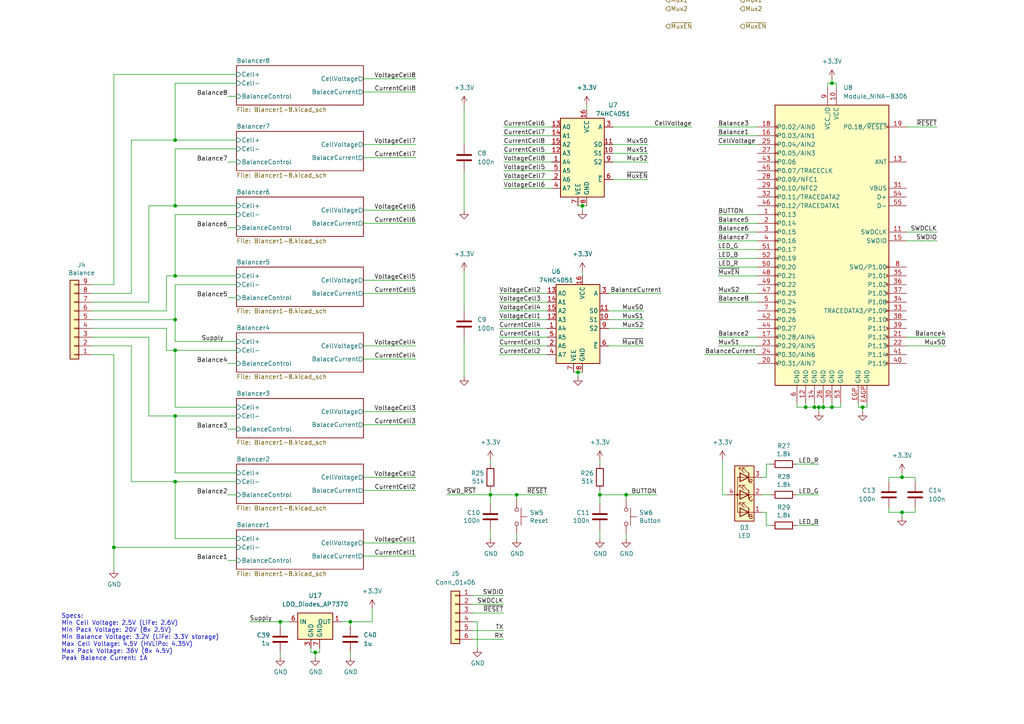
<source format=kicad_sch>
(kicad_sch (version 20211123) (generator eeschema)
  (paper "A4")
  (title_block (title "8-Cell Balancer Charger") (rev "v1"))
  (lib_symbols
    (symbol "0_ProjectLibrary:LDO_Diodes_AP7370"
      (property "Reference" "U?" (at 0 8.89 0))
      (property "Value" "LDO_Diodes_AP7370" (at 0 6.35 0))
      (symbol "LDO_Diodes_AP7370_0_0"
        (pin passive line (at -1.27 -6.35 90) (length 2.54) (name "GND") (number "3"))
        (pin no_connect line (at 0 0 180) (length 2.54) hide (name "") (number "4"))
        (pin passive line (at 1.27 -6.35 90) (length 2.54) (name "GND") (number "7"))
      )
      (symbol "LDO_Diodes_AP7370_0_1"
        (rectangle (start -5.08 3.81) (end 5.08 -3.81) (stroke (width 0.254)) (fill (type background)))
      )
      (symbol "LDO_Diodes_AP7370_1_1"
        (pin power_out line (at 7.62 1.27 180) (length 2.54) (name "OUT") (number "1"))
        (pin no_connect line (at 0 0 180) (length 2.54) hide (name "") (number "2"))
        (pin no_connect line (at 0 0 180) (length 2.54) hide (name "") (number "5"))
        (pin power_in line (at -7.62 1.27 0) (length 2.54) (name "IN") (number "6"))
      )
    )
    (symbol "0_ProjectLibrary:Module_NINA-B306"
      (property "Reference" "U" (at -16.51 41.91 0))
      (property "Value" "Module_NINA-B306" (at 16.51 41.91 0))
      (symbol "Module_NINA-B306_0_1"
        (rectangle (start -16.51 40.64) (end 16.51 -40.64) (stroke (width 0.254)) (fill (type background)))
      )
      (symbol "Module_NINA-B306_1_1"
        (text "  H" (at -16.51 -24.13 0) (effects (font (size 0.635 0.635))))
        (text "  H" (at -16.51 -21.59 0) (effects (font (size 0.635 0.635))))
        (text "  H" (at -16.51 -19.05 0) (effects (font (size 0.635 0.635))))
        (text "  H" (at -16.51 -16.51 0) (effects (font (size 0.635 0.635))))
        (text "  H" (at -16.51 -13.97 0) (effects (font (size 0.635 0.635))))
        (text "  H" (at -16.51 -11.43 0) (effects (font (size 0.635 0.635))))
        (text "  H" (at -16.51 -8.89 0) (effects (font (size 0.635 0.635))))
        (text "  H" (at -16.51 -6.35 0) (effects (font (size 0.635 0.635))))
        (text "  H" (at -16.51 -3.81 0) (effects (font (size 0.635 0.635))))
        (text "  H" (at -16.51 -1.27 0) (effects (font (size 0.635 0.635))))
        (text "  H" (at -16.51 1.27 0) (effects (font (size 0.635 0.635))))
        (text "  H" (at -16.51 3.81 0) (effects (font (size 0.635 0.635))))
        (text "  H" (at -16.51 6.35 0) (effects (font (size 0.635 0.635))))
        (text "  H" (at -16.51 8.89 0) (effects (font (size 0.635 0.635))))
        (text "  H" (at -16.51 11.43 0) (effects (font (size 0.635 0.635))))
        (text "  H" (at -16.51 13.97 0) (effects (font (size 0.635 0.635))))
        (text "  H" (at -16.51 21.59 0) (effects (font (size 0.635 0.635))))
        (text "  H" (at -16.51 24.13 0) (effects (font (size 0.635 0.635))))
        (text "  H" (at -16.51 26.67 0) (effects (font (size 0.635 0.635))))
        (text "  H" (at -16.51 29.21 0) (effects (font (size 0.635 0.635))))
        (text "  S" (at -16.51 -34.29 0) (effects (font (size 0.635 0.635))))
        (text "  S" (at -16.51 -31.75 0) (effects (font (size 0.635 0.635))))
        (text "  S" (at -16.51 -29.21 0) (effects (font (size 0.635 0.635))))
        (text "  S" (at -16.51 -26.67 0) (effects (font (size 0.635 0.635))))
        (text "  S" (at -16.51 16.51 0) (effects (font (size 0.635 0.635))))
        (text "  S" (at -16.51 19.05 0) (effects (font (size 0.635 0.635))))
        (text "  S" (at -16.51 31.75 0) (effects (font (size 0.635 0.635))))
        (text "  S" (at -16.51 34.29 0) (effects (font (size 0.635 0.635))))
        (text "H  " (at 16.51 -19.05 0) (effects (font (size 0.635 0.635))))
        (text "H  " (at 16.51 -16.51 0) (effects (font (size 0.635 0.635))))
        (text "H  " (at 16.51 -6.35 0) (effects (font (size 0.635 0.635))))
        (text "H  " (at 16.51 34.29 0) (effects (font (size 0.635 0.635))))
        (text "S  " (at 16.51 -34.29 0) (effects (font (size 0.635 0.635))))
        (text "S  " (at 16.51 -31.75 0) (effects (font (size 0.635 0.635))))
        (text "S  " (at 16.51 -29.21 0) (effects (font (size 0.635 0.635))))
        (text "S  " (at 16.51 -26.67 0) (effects (font (size 0.635 0.635))))
        (text "S  " (at 16.51 -24.13 0) (effects (font (size 0.635 0.635))))
        (text "S  " (at 16.51 -21.59 0) (effects (font (size 0.635 0.635))))
        (text "S  " (at 16.51 -13.97 0) (effects (font (size 0.635 0.635))))
        (text "S  " (at 16.51 -11.43 0) (effects (font (size 0.635 0.635))))
        (text "S  " (at 16.51 -8.89 0) (effects (font (size 0.635 0.635))))
        (pin bidirectional line (at -21.59 8.89 0) (length 5.08) (name "P0.13") (number "1"))
        (pin power_in line (at 1.27 45.72 270) (length 5.08) (name "VCC") (number "10"))
        (pin input line (at 21.59 3.81 180) (length 5.08) (name "SWDCLK") (number "11"))
        (pin power_in line (at -7.62 -45.72 90) (length 5.08) (name "GND") (number "12"))
        (pin passive line (at 21.59 24.13 180) (length 5.08) (name "ANT") (number "13"))
        (pin power_in line (at -5.08 -45.72 90) (length 5.08) (name "GND") (number "14"))
        (pin bidirectional line (at 21.59 1.27 180) (length 5.08) (name "SWDIO") (number "15"))
        (pin bidirectional line (at -21.59 31.75 0) (length 5.08) (name "P0.03/AIN1") (number "16"))
        (pin bidirectional line (at -21.59 -26.67 0) (length 5.08) (name "P0.28/AIN4") (number "17"))
        (pin bidirectional line (at -21.59 34.29 0) (length 5.08) (name "P0.02/AIN0") (number "18"))
        (pin bidirectional line (at 21.59 34.29 180) (length 5.08) (name "P0.18/~{RESET}") (number "19"))
        (pin bidirectional line (at -21.59 6.35 0) (length 5.08) (name "P0.14") (number "2"))
        (pin bidirectional line (at -21.59 -34.29 0) (length 5.08) (name "P0.31/AIN7") (number "20"))
        (pin bidirectional line (at 21.59 -26.67 180) (length 5.08) (name "P1.12") (number "21"))
        (pin bidirectional line (at 21.59 -29.21 180) (length 5.08) (name "P1.13") (number "22"))
        (pin bidirectional line (at -21.59 -29.21 0) (length 5.08) (name "P0.29/AIN5") (number "23"))
        (pin bidirectional line (at -21.59 -31.75 0) (length 5.08) (name "P0.30/AIN6") (number "24"))
        (pin bidirectional line (at -21.59 29.21 0) (length 5.08) (name "P0.04/AIN2") (number "25"))
        (pin power_in line (at -2.54 -45.72 90) (length 5.08) (name "GND") (number "26"))
        (pin bidirectional line (at -21.59 26.67 0) (length 5.08) (name "P0.05/AIN3") (number "27"))
        (pin bidirectional line (at -21.59 19.05 0) (length 5.08) (name "P0.09/NFC1") (number "28"))
        (pin bidirectional line (at -21.59 16.51 0) (length 5.08) (name "P0.10/NFC2") (number "29"))
        (pin bidirectional line (at -21.59 3.81 0) (length 5.08) (name "P0.15") (number "3"))
        (pin power_in line (at 0 -45.72 90) (length 5.08) (name "GND") (number "30"))
        (pin power_in line (at 21.59 16.51 180) (length 5.08) (name "VBUS") (number "31"))
        (pin bidirectional line (at -21.59 13.97 0) (length 5.08) (name "P0.11/TRACEDATA2") (number "32"))
        (pin bidirectional line (at 21.59 -19.05 180) (length 5.08) (name "TRACEDATA3/P1.09") (number "33"))
        (pin bidirectional line (at 21.59 -16.51 180) (length 5.08) (name "P1.08") (number "34"))
        (pin bidirectional line (at 21.59 -8.89 180) (length 5.08) (name "P1.01") (number "35"))
        (pin bidirectional line (at 21.59 -11.43 180) (length 5.08) (name "P1.02") (number "36"))
        (pin bidirectional line (at 21.59 -13.97 180) (length 5.08) (name "P1.03") (number "37"))
        (pin bidirectional line (at 21.59 -21.59 180) (length 5.08) (name "P1.10") (number "38"))
        (pin bidirectional line (at 21.59 -24.13 180) (length 5.08) (name "P1.11") (number "39"))
        (pin bidirectional line (at -21.59 1.27 0) (length 5.08) (name "P0.16") (number "4"))
        (pin bidirectional line (at 21.59 -34.29 180) (length 5.08) (name "P1.15") (number "40"))
        (pin bidirectional line (at 21.59 -31.75 180) (length 5.08) (name "P1.14") (number "41"))
        (pin bidirectional line (at -21.59 -21.59 0) (length 5.08) (name "P0.26") (number "42"))
        (pin bidirectional line (at -21.59 24.13 0) (length 5.08) (name "P0.06") (number "43"))
        (pin bidirectional line (at -21.59 -24.13 0) (length 5.08) (name "P0.27") (number "44"))
        (pin bidirectional line (at -21.59 21.59 0) (length 5.08) (name "P0.07/TRACECLK") (number "45"))
        (pin bidirectional line (at -21.59 11.43 0) (length 5.08) (name "P0.12/TRACEDATA1") (number "46"))
        (pin bidirectional line (at -21.59 -13.97 0) (length 5.08) (name "P0.23") (number "47"))
        (pin bidirectional line (at -21.59 -8.89 0) (length 5.08) (name "P0.21") (number "48"))
        (pin bidirectional line (at -21.59 -11.43 0) (length 5.08) (name "P0.22") (number "49"))
        (pin bidirectional line (at -21.59 -16.51 0) (length 5.08) (name "P0.24") (number "5"))
        (pin bidirectional line (at -21.59 -6.35 0) (length 5.08) (name "P0.20") (number "50"))
        (pin bidirectional line (at -21.59 -1.27 0) (length 5.08) (name "P0.17") (number "51"))
        (pin bidirectional line (at -21.59 -3.81 0) (length 5.08) (name "P0.19") (number "52"))
        (pin power_in line (at 2.54 -45.72 90) (length 5.08) (name "GND") (number "53"))
        (pin bidirectional line (at 21.59 13.97 180) (length 5.08) (name "D+") (number "54"))
        (pin bidirectional line (at 21.59 11.43 180) (length 5.08) (name "D-") (number "55"))
        (pin power_in line (at -10.16 -45.72 90) (length 5.08) (name "GND") (number "6"))
        (pin bidirectional line (at -21.59 -19.05 0) (length 5.08) (name "P0.25") (number "7"))
        (pin bidirectional line (at 21.59 -6.35 180) (length 5.08) (name "SWO/P1.00") (number "8"))
        (pin power_in line (at -1.27 45.72 270) (length 5.08) (name "VCC_IO") (number "9"))
        (pin power_in line (at 10.16 -45.72 90) (length 5.08) (name "GND") (number "EAGP"))
        (pin power_in line (at 7.62 -45.72 90) (length 5.08) (name "GND") (number "EGP"))
      )
    )
    (symbol "74HC4051_1"
      (property "Reference" "U7" (at -7.62 13.97 0))
      (property "Value" "74HC4051" (at -7.62 11.43 0))
      (symbol "74HC4051_1_0_1"
        (rectangle (start -5.08 10.16) (end 7.62 -12.7) (stroke (width 0.254)) (fill (type background)))
      )
      (symbol "74HC4051_1_1_1"
        (pin passive line (at 10.16 -2.54 180) (length 2.54) (name "A4") (number "1"))
        (pin input line (at -7.62 0 0) (length 2.54) (name "S1") (number "10"))
        (pin input line (at -7.62 2.54 0) (length 2.54) (name "S0") (number "11"))
        (pin passive line (at 10.16 0 180) (length 2.54) (name "A3") (number "12"))
        (pin passive line (at 10.16 7.62 180) (length 2.54) (name "A0") (number "13"))
        (pin passive line (at 10.16 5.08 180) (length 2.54) (name "A1") (number "14"))
        (pin passive line (at 10.16 2.54 180) (length 2.54) (name "A2") (number "15"))
        (pin power_in line (at 0 12.7 270) (length 2.54) (name "VCC") (number "16"))
        (pin passive line (at 10.16 -7.62 180) (length 2.54) (name "A6") (number "2"))
        (pin passive line (at -7.62 7.62 0) (length 2.54) (name "A") (number "3"))
        (pin passive line (at 10.16 -10.16 180) (length 2.54) (name "A7") (number "4"))
        (pin passive line (at 10.16 -5.08 180) (length 2.54) (name "A5") (number "5"))
        (pin input line (at -7.62 -7.62 0) (length 2.54) (name "~{E}") (number "6"))
        (pin power_in line (at 2.54 -15.24 90) (length 2.54) (name "VEE") (number "7"))
        (pin power_in line (at 0 -15.24 90) (length 2.54) (name "GND") (number "8"))
        (pin input line (at -7.62 -2.54 0) (length 2.54) (name "S2") (number "9"))
      )
    )
    (symbol "74xx:74HC4051"
      (property "Reference" "U" (at -5.08 11.43 0))
      (property "Value" "74HC4051" (at -7.62 -13.97 0))
      (symbol "74HC4051_0_1"
        (rectangle (start -5.08 10.16) (end 7.62 -12.7) (stroke (width 0.254)) (fill (type background)))
      )
      (symbol "74HC4051_1_1"
        (pin passive line (at 10.16 -2.54 180) (length 2.54) (name "A4") (number "1"))
        (pin input line (at -7.62 0 0) (length 2.54) (name "S1") (number "10"))
        (pin input line (at -7.62 2.54 0) (length 2.54) (name "S0") (number "11"))
        (pin passive line (at 10.16 0 180) (length 2.54) (name "A3") (number "12"))
        (pin passive line (at 10.16 7.62 180) (length 2.54) (name "A0") (number "13"))
        (pin passive line (at 10.16 5.08 180) (length 2.54) (name "A1") (number "14"))
        (pin passive line (at 10.16 2.54 180) (length 2.54) (name "A2") (number "15"))
        (pin power_in line (at 0 12.7 270) (length 2.54) (name "VCC") (number "16"))
        (pin passive line (at 10.16 -7.62 180) (length 2.54) (name "A6") (number "2"))
        (pin passive line (at -7.62 7.62 0) (length 2.54) (name "A") (number "3"))
        (pin passive line (at 10.16 -10.16 180) (length 2.54) (name "A7") (number "4"))
        (pin passive line (at 10.16 -5.08 180) (length 2.54) (name "A5") (number "5"))
        (pin input line (at -7.62 -7.62 0) (length 2.54) (name "~{E}") (number "6"))
        (pin power_in line (at 2.54 -15.24 90) (length 2.54) (name "VEE") (number "7"))
        (pin power_in line (at 0 -15.24 90) (length 2.54) (name "GND") (number "8"))
        (pin input line (at -7.62 -2.54 0) (length 2.54) (name "S2") (number "9"))
      )
    )
    (symbol "Connector_Generic:Conn_01x06" (pin_names (offset 1.016) hide)
      (property "Reference" "J" (at 0 7.62 0))
      (property "Value" "Conn_01x06" (at 0 -10.16 0))
      (symbol "Conn_01x06_1_1"
        (rectangle (start -1.27 -7.493) (end 0 -7.747) (stroke (width 0.1524)))
        (rectangle (start -1.27 -4.953) (end 0 -5.207) (stroke (width 0.1524)))
        (rectangle (start -1.27 -2.413) (end 0 -2.667) (stroke (width 0.1524)))
        (rectangle (start -1.27 0.127) (end 0 -0.127) (stroke (width 0.1524)))
        (rectangle (start -1.27 2.667) (end 0 2.413) (stroke (width 0.1524)))
        (rectangle (start -1.27 5.207) (end 0 4.953) (stroke (width 0.1524)))
        (rectangle (start -1.27 6.35) (end 1.27 -8.89) (stroke (width 0.254)) (fill (type background)))
        (pin passive line (at -5.08 5.08 0) (length 3.81) (name "Pin_1") (number "1"))
        (pin passive line (at -5.08 2.54 0) (length 3.81) (name "Pin_2") (number "2"))
        (pin passive line (at -5.08 0 0) (length 3.81) (name "Pin_3") (number "3"))
        (pin passive line (at -5.08 -2.54 0) (length 3.81) (name "Pin_4") (number "4"))
        (pin passive line (at -5.08 -5.08 0) (length 3.81) (name "Pin_5") (number "5"))
        (pin passive line (at -5.08 -7.62 0) (length 3.81) (name "Pin_6") (number "6"))
      )
    )
    (symbol "Connector_Generic:Conn_01x09" (pin_names (offset 1.016) hide)
      (property "Reference" "J" (at 0 12.7 0))
      (property "Value" "Conn_01x09" (at 0 -12.7 0))
      (symbol "Conn_01x09_1_1"
        (rectangle (start -1.27 -10.033) (end 0 -10.287) (stroke (width 0.1524)))
        (rectangle (start -1.27 -7.493) (end 0 -7.747) (stroke (width 0.1524)))
        (rectangle (start -1.27 -4.953) (end 0 -5.207) (stroke (width 0.1524)))
        (rectangle (start -1.27 -2.413) (end 0 -2.667) (stroke (width 0.1524)))
        (rectangle (start -1.27 0.127) (end 0 -0.127) (stroke (width 0.1524)))
        (rectangle (start -1.27 2.667) (end 0 2.413) (stroke (width 0.1524)))
        (rectangle (start -1.27 5.207) (end 0 4.953) (stroke (width 0.1524)))
        (rectangle (start -1.27 7.747) (end 0 7.493) (stroke (width 0.1524)))
        (rectangle (start -1.27 10.287) (end 0 10.033) (stroke (width 0.1524)))
        (rectangle (start -1.27 11.43) (end 1.27 -11.43) (stroke (width 0.254)) (fill (type background)))
        (pin passive line (at -5.08 10.16 0) (length 3.81) (name "Pin_1") (number "1"))
        (pin passive line (at -5.08 7.62 0) (length 3.81) (name "Pin_2") (number "2"))
        (pin passive line (at -5.08 5.08 0) (length 3.81) (name "Pin_3") (number "3"))
        (pin passive line (at -5.08 2.54 0) (length 3.81) (name "Pin_4") (number "4"))
        (pin passive line (at -5.08 0 0) (length 3.81) (name "Pin_5") (number "5"))
        (pin passive line (at -5.08 -2.54 0) (length 3.81) (name "Pin_6") (number "6"))
        (pin passive line (at -5.08 -5.08 0) (length 3.81) (name "Pin_7") (number "7"))
        (pin passive line (at -5.08 -7.62 0) (length 3.81) (name "Pin_8") (number "8"))
        (pin passive line (at -5.08 -10.16 0) (length 3.81) (name "Pin_9") (number "9"))
      )
    )
    (symbol "Device:C" (pin_numbers hide) (pin_names (offset 0.254))
      (property "Reference" "C" (at 0.635 2.54 0))
      (property "Value" "C" (at 0.635 -2.54 0))
      (symbol "C_0_1"
        (polyline (pts (xy -2.032 -0.762) (xy 2.032 -0.762)) (stroke (width 0.508)))
        (polyline (pts (xy -2.032 0.762) (xy 2.032 0.762)) (stroke (width 0.508)))
      )
      (symbol "C_1_1"
        (pin passive line (at 0 3.81 270) (length 2.794) (name "~") (number "1"))
        (pin passive line (at 0 -3.81 90) (length 2.794) (name "~") (number "2"))
      )
    )
    (symbol "Device:LED_BGRA" (pin_names (offset 0) hide)
      (property "Reference" "D" (at 0 9.398 0))
      (property "Value" "LED_BGRA" (at 0 -8.89 0))
      (symbol "LED_BGRA_0_0"
        (text "B" (at -1.905 -6.35 0) (effects (font (size 1.27 1.27))))
        (text "G" (at -1.905 -1.27 0) (effects (font (size 1.27 1.27))))
        (text "R" (at -1.905 3.81 0) (effects (font (size 1.27 1.27))))
      )
      (symbol "LED_BGRA_0_1"
        (polyline (pts (xy -1.27 -5.08) (xy -2.54 -5.08)))
        (polyline (pts (xy -1.27 -5.08) (xy 1.27 -5.08)))
        (polyline (pts (xy -1.27 -3.81) (xy -1.27 -6.35)) (stroke (width 0.254)))
        (polyline (pts (xy -1.27 0) (xy -2.54 0)))
        (polyline (pts (xy -1.27 1.27) (xy -1.27 -1.27)) (stroke (width 0.254)))
        (polyline (pts (xy -1.27 5.08) (xy -2.54 5.08)))
        (polyline (pts (xy -1.27 5.08) (xy 1.27 5.08)))
        (polyline (pts (xy -1.27 6.35) (xy -1.27 3.81)) (stroke (width 0.254)))
        (polyline (pts (xy 1.27 0) (xy -1.27 0)))
        (polyline (pts (xy 1.27 0) (xy 2.54 0)))
        (polyline (pts (xy -1.27 1.27) (xy -1.27 -1.27) (xy -1.27 -1.27)))
        (polyline (pts (xy -1.27 6.35) (xy -1.27 3.81) (xy -1.27 3.81)))
        (polyline (pts (xy 1.27 -5.08) (xy 2.032 -5.08) (xy 2.032 5.08) (xy 1.27 5.08)))
        (polyline (pts (xy 1.27 -3.81) (xy 1.27 -6.35) (xy -1.27 -5.08) (xy 1.27 -3.81)) (stroke (width 0.254)))
        (polyline (pts (xy 1.27 1.27) (xy 1.27 -1.27) (xy -1.27 0) (xy 1.27 1.27)) (stroke (width 0.254)))
        (polyline (pts (xy 1.27 6.35) (xy 1.27 3.81) (xy -1.27 5.08) (xy 1.27 6.35)) (stroke (width 0.254)))
        (polyline (pts (xy -1.016 -3.81) (xy 0.508 -2.286) (xy -0.254 -2.286) (xy 0.508 -2.286) (xy 0.508 -3.048)))
        (polyline (pts (xy -1.016 1.27) (xy 0.508 2.794) (xy -0.254 2.794) (xy 0.508 2.794) (xy 0.508 2.032)))
        (polyline (pts (xy -1.016 6.35) (xy 0.508 7.874) (xy -0.254 7.874) (xy 0.508 7.874) (xy 0.508 7.112)))
        (polyline (pts (xy 0 -3.81) (xy 1.524 -2.286) (xy 0.762 -2.286) (xy 1.524 -2.286) (xy 1.524 -3.048)))
        (polyline (pts (xy 0 1.27) (xy 1.524 2.794) (xy 0.762 2.794) (xy 1.524 2.794) (xy 1.524 2.032)))
        (polyline (pts (xy 0 6.35) (xy 1.524 7.874) (xy 0.762 7.874) (xy 1.524 7.874) (xy 1.524 7.112)))
        (rectangle (start 1.27 -1.27) (end 1.27 1.27))
        (rectangle (start 1.27 1.27) (end 1.27 1.27))
        (rectangle (start 1.27 3.81) (end 1.27 6.35))
        (rectangle (start 1.27 6.35) (end 1.27 6.35))
        (circle (center 2.032 0) (radius 0.254) (fill (type outline)))
        (rectangle (start 2.794 8.382) (end -2.794 -7.62) (stroke (width 0.254)) (fill (type background)))
      )
      (symbol "LED_BGRA_1_1"
        (pin passive line (at -5.08 -5.08 0) (length 2.54) (name "BK") (number "1"))
        (pin passive line (at -5.08 0 0) (length 2.54) (name "GK") (number "2"))
        (pin passive line (at -5.08 5.08 0) (length 2.54) (name "RK") (number "3"))
        (pin passive line (at 5.08 0 180) (length 2.54) (name "A") (number "4"))
      )
    )
    (symbol "Device:R" (pin_numbers hide) (pin_names (offset 0))
      (property "Reference" "R" (at 2.032 0 90))
      (property "Value" "R" (at 0 0 90))
      (symbol "R_0_1"
        (rectangle (start -1.016 -2.54) (end 1.016 2.54) (stroke (width 0.254)))
      )
      (symbol "R_1_1"
        (pin passive line (at 0 3.81 270) (length 1.27) (name "~") (number "1"))
        (pin passive line (at 0 -3.81 90) (length 1.27) (name "~") (number "2"))
      )
    )
    (symbol "Switch:SW_Push" (pin_numbers hide) (pin_names (offset 1.016) hide)
      (property "Reference" "SW" (at 1.27 2.54 0))
      (property "Value" "SW_Push" (at 0 -1.524 0))
      (symbol "SW_Push_0_1"
        (circle (center -2.032 0) (radius 0.508))
        (polyline (pts (xy 0 1.27) (xy 0 3.048)))
        (polyline (pts (xy 2.54 1.27) (xy -2.54 1.27)))
        (circle (center 2.032 0) (radius 0.508))
        (pin passive line (at -5.08 0 0) (length 2.54) (name "1") (number "1"))
        (pin passive line (at 5.08 0 180) (length 2.54) (name "2") (number "2"))
      )
    )
    (symbol "power:+3.3V" (power) (pin_names (offset 0))
      (property "Value" "+3.3V" (at 0 3.556 0))
      (symbol "+3.3V_0_1"
        (polyline (pts (xy -0.762 1.27) (xy 0 2.54)))
        (polyline (pts (xy 0 0) (xy 0 2.54)))
        (polyline (pts (xy 0 2.54) (xy 0.762 1.27)))
      )
      (symbol "+3.3V_1_1"
        (pin power_in line (at 0 0 90) (length 0) hide (name "+3.3V") (number "1"))
      )
    )
    (symbol "power:GND" (power) (pin_names (offset 0))
      (property "Value" "GND" (at 0 -3.81 0))
      (symbol "GND_0_1"
        (polyline (pts (xy 0 0) (xy 0 -1.27) (xy 1.27 -1.27) (xy 0 -2.54) (xy -1.27 -1.27) (xy 0 -1.27)))
      )
      (symbol "GND_1_1"
        (pin power_in line (at 0 0 270) (length 0) hide (name "GND") (number "1"))
      )
    )
  )
  (junction (at 101.6 180.34))
  (junction (at 33.02 158.75))
  (junction (at 250.19 118.11))
  (junction (at 50.8 120.65))
  (junction (at 50.8 139.7))
  (junction (at 81.28 180.34))
  (junction (at 173.99 143.51))
  (junction (at 50.8 80.01))
  (junction (at 167.64 107.95))
  (junction (at 236.22 118.11))
  (junction (at 168.91 59.69))
  (junction (at 181.61 143.51))
  (junction (at 241.3 118.11))
  (junction (at 238.76 118.11))
  (junction (at 241.3 24.13))
  (junction (at 261.62 138.43))
  (junction (at 149.86 143.51))
  (junction (at 50.8 101.6))
  (junction (at 237.49 118.11))
  (junction (at 233.68 118.11))
  (junction (at 50.8 59.69))
  (junction (at 91.44 189.23))
  (junction (at 50.8 92.71))
  (junction (at 50.8 40.64))
  (junction (at 261.62 148.59))
  (junction (at 142.24 143.51))
  (wire (pts (xy 251.46 116.84) (xy 251.46 118.11)))
  (wire (pts (xy 68.58 80.01) (xy 50.8 80.01)))
  (wire (pts (xy 257.81 148.59) (xy 261.62 148.59)))
  (wire (pts (xy 262.89 36.83) (xy 271.78 36.83)))
  (wire (pts (xy 68.58 118.11) (xy 50.8 118.11)))
  (wire (pts (xy 176.53 90.17) (xy 186.69 90.17)))
  (wire (pts (xy 50.8 101.6) (xy 48.26 101.6)))
  (wire (pts (xy 43.18 97.79) (xy 26.67 97.79)))
  (wire (pts (xy 173.99 142.24) (xy 173.99 143.51)))
  (wire (pts (xy 208.28 39.37) (xy 219.71 39.37)))
  (wire (pts (xy 91.44 189.23) (xy 91.44 190.5)))
  (wire (pts (xy 91.44 189.23) (xy 92.71 189.23)))
  (wire (pts (xy 142.24 143.51) (xy 142.24 146.05)))
  (wire (pts (xy 177.8 44.45) (xy 187.96 44.45)))
  (wire (pts (xy 66.04 143.51) (xy 68.58 143.51)))
  (wire (pts (xy 105.41 85.09) (xy 120.65 85.09)))
  (wire (pts (xy 142.24 142.24) (xy 142.24 143.51)))
  (wire (pts (xy 105.41 119.38) (xy 120.65 119.38)))
  (wire (pts (xy 208.28 77.47) (xy 219.71 77.47)))
  (wire (pts (xy 50.8 40.64) (xy 68.58 40.64)))
  (wire (pts (xy 72.39 180.34) (xy 81.28 180.34)))
  (wire (pts (xy 233.68 118.11) (xy 236.22 118.11)))
  (wire (pts (xy 50.8 62.23) (xy 50.8 80.01)))
  (wire (pts (xy 261.62 137.16) (xy 261.62 138.43)))
  (wire (pts (xy 81.28 189.23) (xy 81.28 190.5)))
  (wire (pts (xy 142.24 153.67) (xy 142.24 156.21)))
  (wire (pts (xy 242.57 24.13) (xy 242.57 25.4)))
  (wire (pts (xy 43.18 87.63) (xy 26.67 87.63)))
  (wire (pts (xy 240.03 24.13) (xy 241.3 24.13)))
  (wire (pts (xy 158.75 87.63) (xy 144.78 87.63)))
  (wire (pts (xy 107.95 176.53) (xy 107.95 180.34)))
  (wire (pts (xy 262.89 69.85) (xy 271.78 69.85)))
  (wire (pts (xy 68.58 139.7) (xy 50.8 139.7)))
  (wire (pts (xy 149.86 154.94) (xy 149.86 156.21)))
  (wire (pts (xy 237.49 118.11) (xy 237.49 119.38)))
  (wire (pts (xy 66.04 105.41) (xy 68.58 105.41)))
  (wire (pts (xy 238.76 116.84) (xy 238.76 118.11)))
  (wire (pts (xy 137.16 177.8) (xy 146.05 177.8)))
  (wire (pts (xy 209.55 143.51) (xy 210.82 143.51)))
  (wire (pts (xy 265.43 147.32) (xy 265.43 148.59)))
  (wire (pts (xy 137.16 185.42) (xy 146.05 185.42)))
  (wire (pts (xy 137.16 180.34) (xy 138.43 180.34)))
  (wire (pts (xy 68.58 82.55) (xy 50.8 82.55)))
  (wire (pts (xy 50.8 156.21) (xy 68.58 156.21)))
  (wire (pts (xy 68.58 120.65) (xy 50.8 120.65)))
  (wire (pts (xy 191.77 85.09) (xy 176.53 85.09)))
  (wire (pts (xy 160.02 44.45) (xy 146.05 44.45)))
  (wire (pts (xy 66.04 46.99) (xy 68.58 46.99)))
  (wire (pts (xy 208.28 69.85) (xy 219.71 69.85)))
  (wire (pts (xy 274.32 97.79) (xy 262.89 97.79)))
  (wire (pts (xy 142.24 143.51) (xy 129.54 143.51)))
  (wire (pts (xy 38.1 100.33) (xy 26.67 100.33)))
  (wire (pts (xy 33.02 82.55) (xy 26.67 82.55)))
  (wire (pts (xy 176.53 92.71) (xy 186.69 92.71)))
  (wire (pts (xy 149.86 143.51) (xy 158.75 143.51)))
  (wire (pts (xy 38.1 139.7) (xy 38.1 100.33)))
  (wire (pts (xy 68.58 59.69) (xy 50.8 59.69)))
  (wire (pts (xy 90.17 189.23) (xy 91.44 189.23)))
  (wire (pts (xy 200.66 36.83) (xy 177.8 36.83)))
  (wire (pts (xy 241.3 22.86) (xy 241.3 24.13)))
  (wire (pts (xy 144.78 90.17) (xy 158.75 90.17)))
  (wire (pts (xy 38.1 85.09) (xy 38.1 40.64)))
  (wire (pts (xy 105.41 100.33) (xy 120.65 100.33)))
  (wire (pts (xy 261.62 148.59) (xy 265.43 148.59)))
  (wire (pts (xy 231.14 116.84) (xy 231.14 118.11)))
  (wire (pts (xy 241.3 118.11) (xy 243.84 118.11)))
  (wire (pts (xy 250.19 118.11) (xy 250.19 119.38)))
  (wire (pts (xy 105.41 123.19) (xy 120.65 123.19)))
  (wire (pts (xy 144.78 85.09) (xy 158.75 85.09)))
  (wire (pts (xy 137.16 175.26) (xy 146.05 175.26)))
  (wire (pts (xy 144.78 102.87) (xy 158.75 102.87)))
  (wire (pts (xy 176.53 95.25) (xy 186.69 95.25)))
  (wire (pts (xy 134.62 30.48) (xy 134.62 41.91)))
  (wire (pts (xy 101.6 189.23) (xy 101.6 190.5)))
  (wire (pts (xy 222.25 134.62) (xy 223.52 134.62)))
  (wire (pts (xy 262.89 100.33) (xy 274.32 100.33)))
  (wire (pts (xy 146.05 36.83) (xy 160.02 36.83)))
  (wire (pts (xy 208.28 87.63) (xy 219.71 87.63)))
  (wire (pts (xy 208.28 41.91) (xy 219.71 41.91)))
  (wire (pts (xy 90.17 187.96) (xy 90.17 189.23)))
  (wire (pts (xy 33.02 158.75) (xy 33.02 165.1)))
  (wire (pts (xy 158.75 97.79) (xy 144.78 97.79)))
  (wire (pts (xy 241.3 116.84) (xy 241.3 118.11)))
  (wire (pts (xy 220.98 138.43) (xy 222.25 138.43)))
  (wire (pts (xy 231.14 152.4) (xy 237.49 152.4)))
  (wire (pts (xy 146.05 54.61) (xy 160.02 54.61)))
  (wire (pts (xy 105.41 22.86) (xy 120.65 22.86)))
  (wire (pts (xy 81.28 180.34) (xy 81.28 181.61)))
  (wire (pts (xy 250.19 118.11) (xy 251.46 118.11)))
  (wire (pts (xy 261.62 148.59) (xy 261.62 149.86)))
  (wire (pts (xy 50.8 24.13) (xy 50.8 40.64)))
  (wire (pts (xy 208.28 80.01) (xy 219.71 80.01)))
  (wire (pts (xy 257.81 139.7) (xy 257.81 138.43)))
  (wire (pts (xy 33.02 21.59) (xy 33.02 82.55)))
  (wire (pts (xy 243.84 116.84) (xy 243.84 118.11)))
  (wire (pts (xy 142.24 134.62) (xy 142.24 133.35)))
  (wire (pts (xy 105.41 60.96) (xy 120.65 60.96)))
  (wire (pts (xy 50.8 101.6) (xy 50.8 118.11)))
  (wire (pts (xy 105.41 26.67) (xy 120.65 26.67)))
  (wire (pts (xy 177.8 46.99) (xy 187.96 46.99)))
  (wire (pts (xy 241.3 24.13) (xy 242.57 24.13)))
  (wire (pts (xy 248.92 118.11) (xy 250.19 118.11)))
  (wire (pts (xy 204.47 102.87) (xy 219.71 102.87)))
  (wire (pts (xy 257.81 147.32) (xy 257.81 148.59)))
  (wire (pts (xy 101.6 180.34) (xy 99.06 180.34)))
  (wire (pts (xy 66.04 86.36) (xy 68.58 86.36)))
  (wire (pts (xy 237.49 118.11) (xy 238.76 118.11)))
  (wire (pts (xy 50.8 24.13) (xy 68.58 24.13)))
  (wire (pts (xy 160.02 52.07) (xy 146.05 52.07)))
  (wire (pts (xy 219.71 100.33) (xy 208.28 100.33)))
  (wire (pts (xy 50.8 139.7) (xy 50.8 156.21)))
  (wire (pts (xy 26.67 85.09) (xy 38.1 85.09)))
  (wire (pts (xy 236.22 118.11) (xy 237.49 118.11)))
  (wire (pts (xy 208.28 72.39) (xy 219.71 72.39)))
  (wire (pts (xy 50.8 120.65) (xy 43.18 120.65)))
  (wire (pts (xy 105.41 104.14) (xy 120.65 104.14)))
  (wire (pts (xy 158.75 100.33) (xy 144.78 100.33)))
  (wire (pts (xy 33.02 158.75) (xy 68.58 158.75)))
  (wire (pts (xy 50.8 62.23) (xy 68.58 62.23)))
  (wire (pts (xy 223.52 152.4) (xy 222.25 152.4)))
  (wire (pts (xy 238.76 118.11) (xy 241.3 118.11)))
  (wire (pts (xy 105.41 138.43) (xy 120.65 138.43)))
  (wire (pts (xy 208.28 74.93) (xy 219.71 74.93)))
  (wire (pts (xy 50.8 82.55) (xy 50.8 92.71)))
  (wire (pts (xy 38.1 139.7) (xy 50.8 139.7)))
  (wire (pts (xy 66.04 27.94) (xy 68.58 27.94)))
  (wire (pts (xy 176.53 100.33) (xy 186.69 100.33)))
  (wire (pts (xy 208.28 62.23) (xy 219.71 62.23)))
  (wire (pts (xy 66.04 124.46) (xy 68.58 124.46)))
  (wire (pts (xy 167.64 109.22) (xy 167.64 107.95)))
  (wire (pts (xy 220.98 143.51) (xy 223.52 143.51)))
  (wire (pts (xy 48.26 101.6) (xy 48.26 95.25)))
  (wire (pts (xy 68.58 137.16) (xy 50.8 137.16)))
  (wire (pts (xy 33.02 102.87) (xy 33.02 158.75)))
  (wire (pts (xy 168.91 60.96) (xy 168.91 59.69)))
  (wire (pts (xy 233.68 116.84) (xy 233.68 118.11)))
  (wire (pts (xy 68.58 99.06) (xy 50.8 99.06)))
  (wire (pts (xy 26.67 92.71) (xy 50.8 92.71)))
  (wire (pts (xy 236.22 116.84) (xy 236.22 118.11)))
  (wire (pts (xy 173.99 153.67) (xy 173.99 156.21)))
  (wire (pts (xy 105.41 64.77) (xy 120.65 64.77)))
  (wire (pts (xy 144.78 95.25) (xy 158.75 95.25)))
  (wire (pts (xy 50.8 120.65) (xy 50.8 137.16)))
  (wire (pts (xy 137.16 172.72) (xy 146.05 172.72)))
  (wire (pts (xy 222.25 148.59) (xy 220.98 148.59)))
  (wire (pts (xy 209.55 133.35) (xy 209.55 143.51)))
  (wire (pts (xy 105.41 81.28) (xy 120.65 81.28)))
  (wire (pts (xy 43.18 59.69) (xy 43.18 87.63)))
  (wire (pts (xy 137.16 182.88) (xy 146.05 182.88)))
  (wire (pts (xy 48.26 80.01) (xy 48.26 90.17)))
  (wire (pts (xy 107.95 180.34) (xy 101.6 180.34)))
  (wire (pts (xy 160.02 46.99) (xy 146.05 46.99)))
  (wire (pts (xy 160.02 39.37) (xy 146.05 39.37)))
  (wire (pts (xy 208.28 64.77) (xy 219.71 64.77)))
  (wire (pts (xy 50.8 43.18) (xy 50.8 59.69)))
  (wire (pts (xy 38.1 40.64) (xy 50.8 40.64)))
  (wire (pts (xy 160.02 41.91) (xy 146.05 41.91)))
  (wire (pts (xy 177.8 52.07) (xy 187.96 52.07)))
  (wire (pts (xy 48.26 95.25) (xy 26.67 95.25)))
  (wire (pts (xy 222.25 152.4) (xy 222.25 148.59)))
  (wire (pts (xy 231.14 118.11) (xy 233.68 118.11)))
  (wire (pts (xy 177.8 41.91) (xy 187.96 41.91)))
  (wire (pts (xy 208.28 97.79) (xy 219.71 97.79)))
  (wire (pts (xy 265.43 138.43) (xy 265.43 139.7)))
  (wire (pts (xy 105.41 41.91) (xy 120.65 41.91)))
  (wire (pts (xy 105.41 45.72) (xy 120.65 45.72)))
  (wire (pts (xy 105.41 157.48) (xy 120.65 157.48)))
  (wire (pts (xy 92.71 187.96) (xy 92.71 189.23)))
  (wire (pts (xy 181.61 143.51) (xy 190.5 143.51)))
  (wire (pts (xy 158.75 92.71) (xy 144.78 92.71)))
  (wire (pts (xy 134.62 97.79) (xy 134.62 109.22)))
  (wire (pts (xy 248.92 116.84) (xy 248.92 118.11)))
  (wire (pts (xy 231.14 134.62) (xy 237.49 134.62)))
  (wire (pts (xy 105.41 142.24) (xy 120.65 142.24)))
  (wire (pts (xy 222.25 138.43) (xy 222.25 134.62)))
  (wire (pts (xy 142.24 143.51) (xy 149.86 143.51)))
  (wire (pts (xy 257.81 138.43) (xy 261.62 138.43)))
  (wire (pts (xy 66.04 162.56) (xy 68.58 162.56)))
  (wire (pts (xy 43.18 120.65) (xy 43.18 97.79)))
  (wire (pts (xy 66.04 66.04) (xy 68.58 66.04)))
  (wire (pts (xy 81.28 180.34) (xy 83.82 180.34)))
  (wire (pts (xy 68.58 21.59) (xy 33.02 21.59)))
  (wire (pts (xy 208.28 85.09) (xy 219.71 85.09)))
  (wire (pts (xy 168.91 78.74) (xy 168.91 80.01)))
  (wire (pts (xy 168.91 59.69) (xy 170.18 59.69)))
  (wire (pts (xy 160.02 49.53) (xy 146.05 49.53)))
  (wire (pts (xy 173.99 143.51) (xy 173.99 146.05)))
  (wire (pts (xy 167.64 107.95) (xy 168.91 107.95)))
  (wire (pts (xy 138.43 180.34) (xy 138.43 187.96)))
  (wire (pts (xy 166.37 107.95) (xy 167.64 107.95)))
  (wire (pts (xy 48.26 90.17) (xy 26.67 90.17)))
  (wire (pts (xy 105.41 161.29) (xy 120.65 161.29)))
  (wire (pts (xy 50.8 59.69) (xy 43.18 59.69)))
  (wire (pts (xy 149.86 143.51) (xy 149.86 144.78)))
  (wire (pts (xy 181.61 143.51) (xy 181.61 144.78)))
  (wire (pts (xy 167.64 59.69) (xy 168.91 59.69)))
  (wire (pts (xy 170.18 30.48) (xy 170.18 31.75)))
  (wire (pts (xy 262.89 67.31) (xy 271.78 67.31)))
  (wire (pts (xy 68.58 101.6) (xy 50.8 101.6)))
  (wire (pts (xy 50.8 92.71) (xy 50.8 99.06)))
  (wire (pts (xy 173.99 134.62) (xy 173.99 133.35)))
  (wire (pts (xy 208.28 67.31) (xy 219.71 67.31)))
  (wire (pts (xy 181.61 154.94) (xy 181.61 156.21)))
  (wire (pts (xy 26.67 102.87) (xy 33.02 102.87)))
  (wire (pts (xy 134.62 49.53) (xy 134.62 60.96)))
  (wire (pts (xy 134.62 78.74) (xy 134.62 90.17)))
  (wire (pts (xy 50.8 80.01) (xy 48.26 80.01)))
  (wire (pts (xy 50.8 43.18) (xy 68.58 43.18)))
  (wire (pts (xy 173.99 143.51) (xy 181.61 143.51)))
  (wire (pts (xy 261.62 138.43) (xy 265.43 138.43)))
  (wire (pts (xy 208.28 36.83) (xy 219.71 36.83)))
  (wire (pts (xy 101.6 180.34) (xy 101.6 181.61)))
  (wire (pts (xy 231.14 143.51) (xy 237.49 143.51)))
  (wire (pts (xy 240.03 25.4) (xy 240.03 24.13)))
  (text "Specs:\nMin Cell Voltage: 2.5V (LiFe: 2.6V)\nMin Pack Voltage: 20V (8x 2.5V)\nMin Balance Voltage: 3.2V (LiFe: 3.3V storage)\nMax Cell Voltage: 4.5V (HVLiPo: 4.35V)\nMax Pack Voltage: 36V (8x 4.5V)\nPeak Balance Current: 1A" (at 17.78 191.77 0) (effects (font (size 1.27 1.27)) (justify left bottom)))
  (label "CurrentCell5" (at 146.05 44.45 0))
  (label "CurrentCell4" (at 120.65 104.14 180))
  (label "VoltageCell1" (at 120.65 157.48 180))
  (label "LED_B" (at 237.49 152.4 180))
  (label "CurrentCell6" (at 146.05 36.83 0))
  (label "CurrentCell3" (at 144.78 100.33 0))
  (label "VoltageCell7" (at 120.65 41.91 180))
  (label "Balance4" (at 274.32 97.79 180))
  (label "Balance5" (at 66.04 86.36 180))
  (label "VoltageCell3" (at 120.65 119.38 180))
  (label "VoltageCell2" (at 120.65 138.43 180))
  (label "RX" (at 146.05 185.42 180))
  (label "CurrentCell1" (at 144.78 97.79 0))
  (label "CurrentCell6" (at 120.65 64.77 180))
  (label "VoltageCell3" (at 144.78 87.63 0))
  (label "Balance8" (at 208.28 87.63 0))
  (label "VoltageCell8" (at 120.65 22.86 180))
  (label "Balance3" (at 208.28 36.83 0))
  (label "CurrentCell7" (at 146.05 39.37 0))
  (label "VoltageCell6" (at 146.05 54.61 0))
  (label "SWDCLK" (at 146.05 175.26 180))
  (label "CurrentCell8" (at 120.65 26.67 180))
  (label "MuxS2" (at 187.96 46.99 180))
  (label "CurrentCell7" (at 120.65 45.72 180))
  (label "Balance1" (at 66.04 162.56 180))
  (label "Balance5" (at 208.28 64.77 0))
  (label "~{RESET}" (at 146.05 177.8 180))
  (label "LED_G" (at 237.49 143.51 180))
  (label "Balance1" (at 208.28 39.37 0))
  (label "MuxS1" (at 186.69 92.71 180))
  (label "BalanceCurrent" (at 204.47 102.87 0))
  (label "SWDIO" (at 271.78 69.85 180))
  (label "CurrentCell3" (at 120.65 123.19 180))
  (label "Balance2" (at 66.04 143.51 180))
  (label "Balance7" (at 208.28 69.85 0))
  (label "Balance8" (at 66.04 27.94 180))
  (label "VoltageCell6" (at 120.65 60.96 180))
  (label "~{MuxEN}" (at 186.69 100.33 180))
  (label "SWDIO" (at 146.05 172.72 180))
  (label "CellVoltage" (at 208.28 41.91 0))
  (label "CellVoltage" (at 200.66 36.83 180))
  (label "Balance2" (at 208.28 97.79 0))
  (label "Supply" (at 72.39 180.34 0))
  (label "SWDCLK" (at 271.78 67.31 180))
  (label "MuxS0" (at 274.32 100.33 180))
  (label "CurrentCell2" (at 120.65 142.24 180))
  (label "CurrentCell5" (at 120.65 85.09 180))
  (label "VoltageCell7" (at 146.05 52.07 0))
  (label "Balance4" (at 66.04 105.41 180))
  (label "~{RESET}" (at 271.78 36.83 180))
  (label "~{RESET}" (at 158.75 143.51 180))
  (label "CurrentCell4" (at 144.78 95.25 0))
  (label "VoltageCell1" (at 144.78 92.71 0))
  (label "MuxS0" (at 187.96 41.91 180))
  (label "LED_R" (at 208.28 77.47 0))
  (label "TX" (at 146.05 182.88 180))
  (label "CurrentCell1" (at 120.65 161.29 180))
  (label "BUTTON" (at 190.5 143.51 180))
  (label "CurrentCell8" (at 146.05 41.91 0))
  (label "MuxS1" (at 187.96 44.45 180))
  (label "VoltageCell2" (at 144.78 85.09 0))
  (label "Balance6" (at 66.04 66.04 180))
  (label "Supply" (at 58.42 99.06 0))
  (label "LED_R" (at 237.49 134.62 180))
  (label "MuxS2" (at 208.28 85.09 0))
  (label "VoltageCell5" (at 146.05 49.53 0))
  (label "LED_G" (at 208.28 72.39 0))
  (label "LED_B" (at 208.28 74.93 0))
  (label "Balance6" (at 208.28 67.31 0))
  (label "VoltageCell4" (at 120.65 100.33 180))
  (label "VoltageCell5" (at 120.65 81.28 180))
  (label "CurrentCell2" (at 144.78 102.87 0))
  (label "BUTTON" (at 208.28 62.23 0))
  (label "Balance7" (at 66.04 46.99 180))
  (label "MuxS2" (at 186.69 95.25 180))
  (label "VoltageCell8" (at 146.05 46.99 0))
  (label "MuxS0" (at 186.69 90.17 180))
  (label "BalanceCurrent" (at 191.77 85.09 180))
  (label "Balance3" (at 66.04 124.46 180))
  (label "~{MuxEN}" (at 208.28 80.01 0))
  (label "~{MuxEN}" (at 187.96 52.07 180))
  (label "MuxS1" (at 208.28 100.33 0))
  (label "VoltageCell4" (at 144.78 90.17 0))
  (label "SWD_~{RST}" (at 129.54 143.51 0))
  (hierarchical_label "Mux0" (shape input) (at 214.63 -2.54 0))
  (hierarchical_label "Mux1" (shape input) (at 193.04 0 0))
  (hierarchical_label "Balance8" (shape input) (at -24.13 41.91 180))
  (hierarchical_label "~{MuxEN}" (shape input) (at 193.04 7.62 0))
  (hierarchical_label "Balance1" (shape input) (at -24.13 176.53 180))
  (hierarchical_label "Balance3" (shape input) (at -24.13 138.43 180))
  (hierarchical_label "Balance2" (shape input) (at -24.13 157.48 180))
  (hierarchical_label "Balance5" (shape input) (at -24.13 100.33 180))
  (hierarchical_label "BalanceCurrent" (shape output) (at 214.63 -7.62 0))
  (hierarchical_label "Mux0" (shape input) (at 193.04 -2.54 0))
  (hierarchical_label "Balance7" (shape input) (at -24.13 60.96 180))
  (hierarchical_label "Mux2" (shape input) (at 214.63 2.54 0))
  (hierarchical_label "Mux1" (shape input) (at 214.63 0 0))
  (hierarchical_label "CellVoltage" (shape output) (at 193.04 -7.62 0))
  (hierarchical_label "Mux2" (shape input) (at 193.04 2.54 0))
  (hierarchical_label "~{MuxEN}" (shape input) (at 214.63 7.62 0))
  (hierarchical_label "Balance6" (shape input) (at -24.13 80.01 180))
  (hierarchical_label "Balance4" (shape input) (at -24.13 119.38 180))
  (symbol (lib_name "74HC4051_1") (lib_id "74xx:74HC4051") (at 170.18 44.45 0) (mirror y) (unit 1)
    (property "Reference" "U7" (at 177.8 30.48 0))
    (property "Value" "74HC4051" (at 177.8 33.02 0))
    (property "Footprint" "0_ProjectLibrary:QFN-16-1EP_2.5x3.5mm_P0.5mm_EP1x2.5mm" (effects hide))
    (property "Datasheet" "http://www.ti.com/lit/ds/symlink/cd74hc4051.pdf" (effects hide))
  )
  (symbol (lib_id "power:GND") (at 168.91 60.96 0) (unit 1)
    (property "Reference" "#PWR034" (effects hide))
    (property "Value" "GND" (effects hide))
  )
  (symbol (lib_id "Connector_Generic:Conn_01x09") (at 21.59 92.71 180) (unit 1)
    (property "Reference" "J4" (at 23.6728 76.835 0))
    (property "Value" "Balance" (at 23.6728 79.1464 0))
    (property "Footprint" "Connector_PinHeader_2.54mm:PinHeader_1x09_P2.54mm_Vertical" (effects hide))
  )
  (symbol (lib_id "power:GND") (at 33.02 165.1 0) (unit 1)
    (property "Reference" "#PWR025" (effects hide))
    (property "Value" "GND" (at 33.147 169.4942 0))
  )
  (symbol (lib_id "74xx:74HC4051") (at 168.91 92.71 0) (mirror y) (unit 1)
    (property "Reference" "U6" (at 161.29 78.74 0))
    (property "Value" "74HC4051" (at 161.29 81.28 0))
    (property "Footprint" "0_ProjectLibrary:QFN-16-1EP_2.5x3.5mm_P0.5mm_EP1x2.5mm" (effects hide))
    (property "Datasheet" "http://www.ti.com/lit/ds/symlink/cd74hc4051.pdf" (effects hide))
  )
  (symbol (lib_id "power:GND") (at 167.64 109.22 0) (unit 1)
    (property "Reference" "#PWR033" (effects hide))
    (property "Value" "GND" (effects hide))
  )
  (symbol (lib_id "power:+3.3V") (at 134.62 78.74 0) (unit 1)
    (property "Reference" "#PWR028" (effects hide))
    (property "Value" "+3.3V" (at 134.62 73.66 0))
  )
  (symbol (lib_id "power:GND") (at 134.62 109.22 0) (unit 1)
    (property "Reference" "#PWR029" (effects hide))
    (property "Value" "GND" (effects hide))
  )
  (symbol (lib_id "power:+3.3V") (at 107.95 176.53 0) (unit 1)
    (property "Reference" "#PWR0104" (effects hide))
    (property "Value" "+3.3V" (at 107.95 171.45 0))
  )
  (symbol (lib_id "Switch:SW_Push") (at 181.61 149.86 270) (unit 1)
    (property "Reference" "SW6" (at 185.3692 148.6916 90) (effects (justify left)))
    (property "Value" "Button" (at 185.3692 151.003 90) (effects (justify left)))
    (property "Footprint" "0_ProjectLibrary:Button_B3U-1000" (effects hide))
  )
  (symbol (lib_id "Device:C") (at 81.28 185.42 0) (unit 1)
    (property "Reference" "C39" (at 78.359 184.2516 0) (effects (justify right)))
    (property "Value" "1u" (at 78.359 186.563 0) (effects (justify right)))
    (property "Footprint" "Capacitor_SMD:C_0402_1005Metric" (effects hide))
  )
  (symbol (lib_id "Device:R") (at 227.33 143.51 90) (mirror x) (unit 1)
    (property "Reference" "R28" (at 227.33 138.2522 90))
    (property "Value" "1.8k" (at 227.33 140.5636 90))
    (property "Footprint" "Resistor_SMD:R_0402_1005Metric" (effects hide))
  )
  (symbol (lib_id "Device:C") (at 265.43 143.51 0) (unit 1)
    (property "Reference" "C14" (at 269.24 142.2399 0) (effects (justify left)))
    (property "Value" "100n" (at 269.24 144.7799 0) (effects (justify left)))
    (property "Footprint" "Capacitor_SMD:C_0402_1005Metric" (effects hide))
  )
  (symbol (lib_id "power:GND") (at 81.28 190.5 0) (unit 1)
    (property "Reference" "#PWR0105" (effects hide))
    (property "Value" "GND" (at 81.407 194.8942 0))
  )
  (symbol (lib_id "power:+3.3V") (at 142.24 133.35 0) (unit 1)
    (property "Reference" "#PWR0103" (effects hide))
    (property "Value" "+3.3V" (at 142.24 128.27 0))
  )
  (symbol (lib_id "power:+3.3V") (at 241.3 22.86 0) (unit 1)
    (property "Reference" "#PWR043" (effects hide))
    (property "Value" "+3.3V" (at 241.3 17.78 0))
  )
  (symbol (lib_id "power:GND") (at 142.24 156.21 0) (unit 1)
    (property "Reference" "#PWR031" (effects hide))
    (property "Value" "GND" (at 142.367 160.6042 0))
  )
  (symbol (lib_id "power:GND") (at 138.43 187.96 0) (unit 1)
    (property "Reference" "#PWR0108" (effects hide))
    (property "Value" "GND" (at 138.557 192.3542 0))
  )
  (symbol (lib_id "power:+3.3V") (at 168.91 78.74 0) (unit 1)
    (property "Reference" "#PWR035" (effects hide))
    (property "Value" "+3.3V" (at 168.91 73.66 0))
  )
  (symbol (lib_id "power:GND") (at 181.61 156.21 0) (unit 1)
    (property "Reference" "#PWR039" (effects hide))
    (property "Value" "GND" (at 181.737 160.6042 0))
  )
  (symbol (lib_id "Device:C") (at 134.62 45.72 0) (unit 1)
    (property "Reference" "C8" (at 138.43 44.4499 0) (effects (justify left)))
    (property "Value" "100n" (at 138.43 46.9899 0) (effects (justify left)))
    (property "Footprint" "Capacitor_SMD:C_0402_1005Metric" (effects hide))
  )
  (symbol (lib_id "Device:R") (at 142.24 138.43 0) (unit 1)
    (property "Reference" "R25" (at 140.4874 137.2616 0) (effects (justify right)))
    (property "Value" "51k" (at 140.4874 139.573 0) (effects (justify right)))
    (property "Footprint" "Resistor_SMD:R_0402_1005Metric" (effects hide))
  )
  (symbol (lib_id "power:GND") (at 173.99 156.21 0) (unit 1)
    (property "Reference" "#PWR038" (effects hide))
    (property "Value" "GND" (at 174.117 160.6042 0))
  )
  (symbol (lib_id "Switch:SW_Push") (at 149.86 149.86 270) (unit 1)
    (property "Reference" "SW5" (at 153.6192 148.6916 90) (effects (justify left)))
    (property "Value" "Reset" (at 153.6192 151.003 90) (effects (justify left)))
    (property "Footprint" "0_ProjectLibrary:Button_B3U-1000" (effects hide))
  )
  (symbol (lib_id "Device:C") (at 142.24 149.86 0) (unit 1)
    (property "Reference" "C10" (at 139.319 148.6916 0) (effects (justify right)))
    (property "Value" "100n" (at 139.319 151.003 0) (effects (justify right)))
    (property "Footprint" "Capacitor_SMD:C_0402_1005Metric" (effects hide))
  )
  (symbol (lib_id "power:GND") (at 149.86 156.21 0) (unit 1)
    (property "Reference" "#PWR032" (effects hide))
    (property "Value" "GND" (at 149.987 160.6042 0))
  )
  (symbol (lib_id "power:GND") (at 237.49 119.38 0) (unit 1)
    (property "Reference" "#PWR042" (effects hide))
    (property "Value" "GND" (effects hide))
  )
  (symbol (lib_id "power:+3.3V") (at 209.55 133.35 0) (unit 1)
    (property "Reference" "#PWR0102" (effects hide))
    (property "Value" "+3.3V" (at 209.55 128.27 0))
  )
  (symbol (lib_id "Device:R") (at 227.33 134.62 90) (mirror x) (unit 1)
    (property "Reference" "R27" (at 227.33 129.3622 90))
    (property "Value" "1.8k" (at 227.33 131.6736 90))
    (property "Footprint" "Resistor_SMD:R_0402_1005Metric" (effects hide))
  )
  (symbol (lib_id "power:+3.3V") (at 173.99 133.35 0) (unit 1)
    (property "Reference" "#PWR0101" (effects hide))
    (property "Value" "+3.3V" (at 173.99 128.27 0))
  )
  (symbol (lib_id "power:+3.3V") (at 134.62 30.48 0) (unit 1)
    (property "Reference" "#PWR026" (effects hide))
    (property "Value" "+3.3V" (at 134.62 25.4 0))
  )
  (symbol (lib_id "power:+3.3V") (at 170.18 30.48 0) (unit 1)
    (property "Reference" "#PWR036" (effects hide))
    (property "Value" "+3.3V" (at 170.18 25.4 0))
  )
  (symbol (lib_id "power:GND") (at 91.44 190.5 0) (unit 1)
    (property "Reference" "#PWR0107" (effects hide))
    (property "Value" "GND" (at 91.567 194.8942 0))
  )
  (symbol (lib_id "power:GND") (at 261.62 149.86 0) (unit 1)
    (property "Reference" "#PWR046" (effects hide))
    (property "Value" "GND" (effects hide))
  )
  (symbol (lib_id "power:GND") (at 250.19 119.38 0) (unit 1)
    (property "Reference" "#PWR044" (effects hide))
    (property "Value" "GND" (effects hide))
  )
  (symbol (lib_id "0_ProjectLibrary:LDO_Diodes_AP7370") (at 91.44 181.61 0) (unit 1)
    (property "Reference" "U17" (at 91.44 172.72 0))
    (property "Value" "LDO_Diodes_AP7370" (at 91.44 175.26 0))
    (property "Footprint" "0_ProjectLibrary:Diodes_UDFN2020-6" (effects hide))
  )
  (symbol (lib_id "power:+3.3V") (at 261.62 137.16 0) (unit 1)
    (property "Reference" "#PWR045" (effects hide))
    (property "Value" "+3.3V" (at 261.62 132.08 0))
  )
  (symbol (lib_id "Device:LED_BGRA") (at 215.9 143.51 0) (mirror y) (unit 1)
    (property "Reference" "D3" (at 215.9 153.035 0))
    (property "Value" "LED" (at 215.9 155.3464 0))
    (property "Footprint" "0_ProjectLibrary:LED_RGB_1x1mm" (effects hide))
  )
  (symbol (lib_id "Device:C") (at 173.99 149.86 0) (unit 1)
    (property "Reference" "C11" (at 171.0944 148.6916 0) (effects (justify right)))
    (property "Value" "100n" (at 171.0944 151.003 0) (effects (justify right)))
    (property "Footprint" "Capacitor_SMD:C_0402_1005Metric" (effects hide))
  )
  (symbol (lib_id "0_ProjectLibrary:Module_NINA-B306") (at 241.3 71.12 0) (unit 1)
    (property "Reference" "U8" (at 244.5894 25.4 0) (effects (justify left)))
    (property "Value" "Module_NINA-B306" (at 244.5894 27.94 0) (effects (justify left)))
    (property "Footprint" "0_ProjectLibrary:Module_ublox_NINA-B306" (effects hide))
  )
  (symbol (lib_id "Device:R") (at 173.99 138.43 0) (unit 1)
    (property "Reference" "R26" (at 172.2374 137.2616 0) (effects (justify right)))
    (property "Value" "51k" (at 172.2374 139.573 0) (effects (justify right)))
    (property "Footprint" "Resistor_SMD:R_0402_1005Metric" (effects hide))
  )
  (symbol (lib_id "Device:R") (at 227.33 152.4 90) (mirror x) (unit 1)
    (property "Reference" "R29" (at 227.33 147.1422 90))
    (property "Value" "1.8k" (at 227.33 149.4536 90))
    (property "Footprint" "Resistor_SMD:R_0402_1005Metric" (effects hide))
  )
  (symbol (lib_id "power:GND") (at 134.62 60.96 0) (unit 1)
    (property "Reference" "#PWR027" (effects hide))
    (property "Value" "GND" (effects hide))
  )
  (symbol (lib_id "Device:C") (at 134.62 93.98 0) (unit 1)
    (property "Reference" "C9" (at 138.43 92.7099 0) (effects (justify left)))
    (property "Value" "100n" (at 138.43 95.2499 0) (effects (justify left)))
    (property "Footprint" "Capacitor_SMD:C_0402_1005Metric" (effects hide))
  )
  (symbol (lib_id "Connector_Generic:Conn_01x06") (at 132.08 177.8 0) (mirror y) (unit 1)
    (property "Reference" "J5" (at 132.08 166.37 0))
    (property "Value" "Conn_01x06" (at 132.08 168.91 0))
    (property "Footprint" "0_ProjectLibrary:PinHeader_1x06_P1.27mm_Vertical" (effects hide))
  )
  (symbol (lib_id "Device:C") (at 101.6 185.42 0) (unit 1)
    (property "Reference" "C40" (at 105.41 184.1499 0) (effects (justify left)))
    (property "Value" "1u" (at 105.41 186.6899 0) (effects (justify left)))
    (property "Footprint" "Capacitor_SMD:C_0402_1005Metric" (effects hide))
  )
  (symbol (lib_id "Device:C") (at 257.81 143.51 0) (unit 1)
    (property "Reference" "C13" (at 254 142.2399 0) (effects (justify right)))
    (property "Value" "100n" (at 254 144.7799 0) (effects (justify right)))
    (property "Footprint" "Capacitor_SMD:C_0402_1005Metric" (effects hide))
  )
  (symbol (lib_id "power:GND") (at 101.6 190.5 0) (unit 1)
    (property "Reference" "#PWR0106" (effects hide))
    (property "Value" "GND" (at 101.727 194.8942 0))
  )
  (sheet (at 68.58 134.62) (size 36.83 11.43)
    (property "Sheet name" "Balancer2" (at 68.58 133.9084 0) (effects (justify left bottom)))
    (property "Sheet file" "Blancer1-8.kicad_sch" (at 68.58 146.6346 0) (effects (justify left top)))
    (pin "BalanceControl" input (at 68.58 143.51 180))
    (pin "Cell-" input (at 68.58 139.7 180))
    (pin "Cell+" input (at 68.58 137.16 180))
    (pin "BalaceCurrent" output (at 105.41 142.24 0))
    (pin "CellVoltage" output (at 105.41 138.43 0))
  )
  (sheet (at 68.58 115.57) (size 36.83 11.43)
    (property "Sheet name" "Balancer3" (at 68.58 114.8584 0) (effects (justify left bottom)))
    (property "Sheet file" "Blancer1-8.kicad_sch" (at 68.58 127.5846 0) (effects (justify left top)))
    (pin "BalanceControl" input (at 68.58 124.46 180))
    (pin "Cell-" input (at 68.58 120.65 180))
    (pin "Cell+" input (at 68.58 118.11 180))
    (pin "BalaceCurrent" output (at 105.41 123.19 0))
    (pin "CellVoltage" output (at 105.41 119.38 0))
  )
  (sheet (at 68.58 96.52) (size 36.83 11.43)
    (property "Sheet name" "Balancer4" (at 68.58 95.8084 0) (effects (justify left bottom)))
    (property "Sheet file" "Blancer1-8.kicad_sch" (at 68.58 108.5346 0) (effects (justify left top)))
    (pin "BalanceControl" input (at 68.58 105.41 180))
    (pin "Cell-" input (at 68.58 101.6 180))
    (pin "Cell+" input (at 68.58 99.06 180))
    (pin "BalaceCurrent" output (at 105.41 104.14 0))
    (pin "CellVoltage" output (at 105.41 100.33 0))
  )
  (sheet (at 68.58 77.47) (size 36.83 11.43)
    (property "Sheet name" "Balancer5" (at 68.58 76.7584 0) (effects (justify left bottom)))
    (property "Sheet file" "Blancer1-8.kicad_sch" (at 68.58 89.4846 0) (effects (justify left top)))
    (pin "BalanceControl" input (at 68.58 86.36 180))
    (pin "Cell-" input (at 68.58 82.55 180))
    (pin "Cell+" input (at 68.58 80.01 180))
    (pin "BalaceCurrent" output (at 105.41 85.09 0))
    (pin "CellVoltage" output (at 105.41 81.28 0))
  )
  (sheet (at 68.58 57.15) (size 36.83 11.43)
    (property "Sheet name" "Balancer6" (at 68.58 56.4384 0) (effects (justify left bottom)))
    (property "Sheet file" "Blancer1-8.kicad_sch" (at 68.58 69.1646 0) (effects (justify left top)))
    (pin "BalanceControl" input (at 68.58 66.04 180))
    (pin "Cell-" input (at 68.58 62.23 180))
    (pin "Cell+" input (at 68.58 59.69 180))
    (pin "BalaceCurrent" output (at 105.41 64.77 0))
    (pin "CellVoltage" output (at 105.41 60.96 0))
  )
  (sheet (at 68.58 38.1) (size 36.83 11.43)
    (property "Sheet name" "Balancer7" (at 68.58 37.3884 0) (effects (justify left bottom)))
    (property "Sheet file" "Blancer1-8.kicad_sch" (at 68.58 50.1146 0) (effects (justify left top)))
    (pin "BalanceControl" input (at 68.58 46.99 180))
    (pin "Cell-" input (at 68.58 43.18 180))
    (pin "Cell+" input (at 68.58 40.64 180))
    (pin "BalaceCurrent" output (at 105.41 45.72 0))
    (pin "CellVoltage" output (at 105.41 41.91 0))
  )
  (sheet (at 68.58 19.05) (size 36.83 11.43)
    (property "Sheet name" "Balancer8" (at 68.58 18.3384 0) (effects (justify left bottom)))
    (property "Sheet file" "Blancer1-8.kicad_sch" (at 68.58 31.0646 0) (effects (justify left top)))
    (pin "BalanceControl" input (at 68.58 27.94 180))
    (pin "Cell-" input (at 68.58 24.13 180))
    (pin "Cell+" input (at 68.58 21.59 180))
    (pin "BalaceCurrent" output (at 105.41 26.67 0))
    (pin "CellVoltage" output (at 105.41 22.86 0))
  )
  (sheet (at 68.58 153.67) (size 36.83 11.43)
    (property "Sheet name" "Balancer1" (at 68.58 152.9584 0) (effects (justify left bottom)))
    (property "Sheet file" "Blancer1-8.kicad_sch" (at 68.58 165.6846 0) (effects (justify left top)))
    (pin "BalanceControl" input (at 68.58 162.56 180))
    (pin "Cell-" input (at 68.58 158.75 180))
    (pin "Cell+" input (at 68.58 156.21 180))
    (pin "BalaceCurrent" output (at 105.41 161.29 0))
    (pin "CellVoltage" output (at 105.41 157.48 0))
  )
)
</source>
